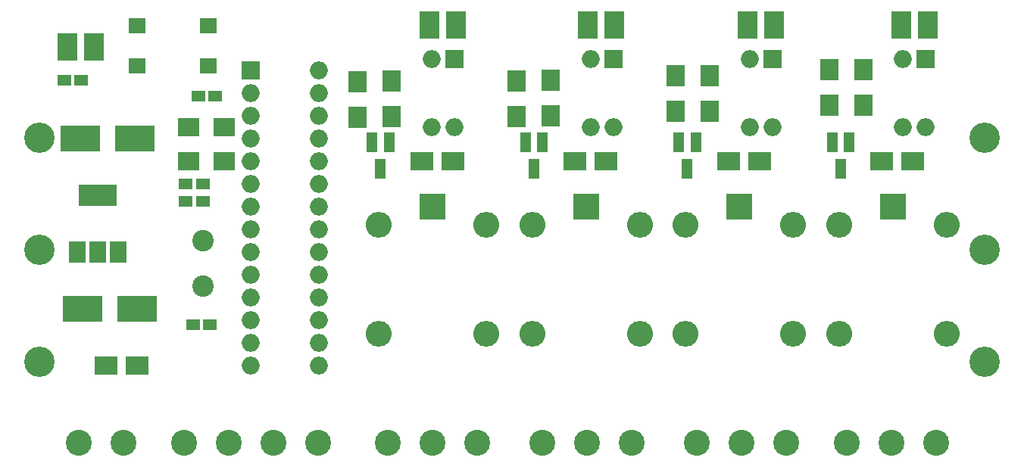
<source format=gbr>
G04 #@! TF.GenerationSoftware,KiCad,Pcbnew,(5.0.0)*
G04 #@! TF.CreationDate,2018-09-27T16:00:16-05:00*
G04 #@! TF.ProjectId,ArduinoBreadBoard,41726475696E6F4272656164426F6172,rev?*
G04 #@! TF.SameCoordinates,Original*
G04 #@! TF.FileFunction,Soldermask,Top*
G04 #@! TF.FilePolarity,Negative*
%FSLAX46Y46*%
G04 Gerber Fmt 4.6, Leading zero omitted, Abs format (unit mm)*
G04 Created by KiCad (PCBNEW (5.0.0)) date 09/27/18 16:00:16*
%MOMM*%
%LPD*%
G01*
G04 APERTURE LIST*
%ADD10R,2.900000X2.900000*%
%ADD11O,2.900000X2.900000*%
%ADD12R,2.100000X2.400000*%
%ADD13R,1.600000X1.150000*%
%ADD14R,2.195780X3.097480*%
%ADD15R,1.200000X2.300000*%
%ADD16O,2.000000X2.000000*%
%ADD17R,2.000000X2.000000*%
%ADD18C,2.398980*%
%ADD19C,2.900000*%
%ADD20R,2.500580X2.099260*%
%ADD21R,2.400000X2.100000*%
%ADD22R,4.200000X2.400000*%
%ADD23R,1.900000X2.400000*%
%ADD24R,4.400000X2.900000*%
%ADD25C,3.400000*%
%ADD26R,1.950000X1.700000*%
G04 APERTURE END LIST*
D10*
G04 #@! TO.C,K3*
X166370000Y-83820000D03*
D11*
X160370000Y-85820000D03*
X160370000Y-98020000D03*
X172370000Y-98020000D03*
X172370000Y-85820000D03*
G04 #@! TD*
G04 #@! TO.C,K4*
X189515000Y-85820000D03*
X189515000Y-98020000D03*
X177515000Y-98020000D03*
X177515000Y-85820000D03*
D10*
X183515000Y-83820000D03*
G04 #@! TD*
D12*
G04 #@! TO.C,R2*
X145288000Y-69660000D03*
X145288000Y-73660000D03*
G04 #@! TD*
D13*
G04 #@! TO.C,C5*
X107188000Y-97028000D03*
X105288000Y-97028000D03*
G04 #@! TD*
G04 #@! TO.C,C6*
X105857000Y-71437500D03*
X107757000Y-71437500D03*
G04 #@! TD*
D10*
G04 #@! TO.C,K1*
X132080000Y-83820000D03*
D11*
X126080000Y-85820000D03*
X126080000Y-98020000D03*
X138080000Y-98020000D03*
X138080000Y-85820000D03*
G04 #@! TD*
D12*
G04 #@! TO.C,R1*
X127508000Y-73755000D03*
X127508000Y-69755000D03*
G04 #@! TD*
D14*
G04 #@! TO.C,D4*
X152399600Y-63500000D03*
X149402400Y-63500000D03*
G04 #@! TD*
D15*
G04 #@! TO.C,Q1*
X127188000Y-76605000D03*
X125288000Y-76605000D03*
X126238000Y-79605000D03*
G04 #@! TD*
D12*
G04 #@! TO.C,R3*
X123698000Y-69850000D03*
X123698000Y-73850000D03*
G04 #@! TD*
G04 #@! TO.C,R4*
X141478000Y-73755000D03*
X141478000Y-69755000D03*
G04 #@! TD*
G04 #@! TO.C,R5*
X163068000Y-73120000D03*
X163068000Y-69120000D03*
G04 #@! TD*
D16*
G04 #@! TO.C,U3*
X170053000Y-74930000D03*
X167513000Y-67310000D03*
X167513000Y-74930000D03*
D17*
X170053000Y-67310000D03*
G04 #@! TD*
D18*
G04 #@! TO.C,Y1*
X106426000Y-87630000D03*
X106426000Y-92710000D03*
G04 #@! TD*
D19*
G04 #@! TO.C,J4*
X188388000Y-110236000D03*
X178388000Y-110236000D03*
X183388000Y-110236000D03*
G04 #@! TD*
D20*
G04 #@! TO.C,D7*
X182293260Y-78740000D03*
X185752740Y-78740000D03*
G04 #@! TD*
G04 #@! TO.C,D9*
X95552260Y-101600000D03*
X99011740Y-101600000D03*
G04 #@! TD*
D19*
G04 #@! TO.C,J3*
X171624000Y-110236000D03*
X161624000Y-110236000D03*
X166624000Y-110236000D03*
G04 #@! TD*
D10*
G04 #@! TO.C,K2*
X149225000Y-83820000D03*
D11*
X143225000Y-85820000D03*
X143225000Y-98020000D03*
X155225000Y-98020000D03*
X155225000Y-85820000D03*
G04 #@! TD*
D15*
G04 #@! TO.C,Q2*
X144333000Y-76605000D03*
X142433000Y-76605000D03*
X143383000Y-79605000D03*
G04 #@! TD*
G04 #@! TO.C,Q3*
X161478000Y-76605000D03*
X159578000Y-76605000D03*
X160528000Y-79605000D03*
G04 #@! TD*
G04 #@! TO.C,Q4*
X177673000Y-79605000D03*
X176723000Y-76605000D03*
X178623000Y-76605000D03*
G04 #@! TD*
D12*
G04 #@! TO.C,R6*
X180213000Y-72485000D03*
X180213000Y-68485000D03*
G04 #@! TD*
G04 #@! TO.C,R7*
X159258000Y-73120000D03*
X159258000Y-69120000D03*
G04 #@! TD*
G04 #@! TO.C,R8*
X176403000Y-68485000D03*
X176403000Y-72485000D03*
G04 #@! TD*
D21*
G04 #@! TO.C,R9*
X108807000Y-74930000D03*
X104807000Y-74930000D03*
G04 #@! TD*
G04 #@! TO.C,R10*
X108807000Y-78740000D03*
X104807000Y-78740000D03*
G04 #@! TD*
D16*
G04 #@! TO.C,U4*
X187198000Y-74930000D03*
X184658000Y-67310000D03*
X184658000Y-74930000D03*
D17*
X187198000Y-67310000D03*
G04 #@! TD*
D14*
G04 #@! TO.C,D2*
X131724400Y-63500000D03*
X134721600Y-63500000D03*
G04 #@! TD*
D19*
G04 #@! TO.C,J1*
X132080000Y-110236000D03*
X127080000Y-110236000D03*
X137080000Y-110236000D03*
G04 #@! TD*
G04 #@! TO.C,J2*
X154352000Y-110236000D03*
X144352000Y-110236000D03*
X149352000Y-110236000D03*
G04 #@! TD*
D16*
G04 #@! TO.C,U1*
X134493000Y-74930000D03*
X131953000Y-67310000D03*
X131953000Y-74930000D03*
D17*
X134493000Y-67310000D03*
G04 #@! TD*
G04 #@! TO.C,U2*
X152273000Y-67310000D03*
D16*
X149733000Y-74930000D03*
X149733000Y-67310000D03*
X152273000Y-74930000D03*
G04 #@! TD*
D13*
G04 #@! TO.C,C1*
X104460000Y-83185000D03*
X106360000Y-83185000D03*
G04 #@! TD*
G04 #@! TO.C,C2*
X90871000Y-69646800D03*
X92771000Y-69646800D03*
G04 #@! TD*
D20*
G04 #@! TO.C,D1*
X130858260Y-78740000D03*
X134317740Y-78740000D03*
G04 #@! TD*
G04 #@! TO.C,D3*
X151462740Y-78740000D03*
X148003260Y-78740000D03*
G04 #@! TD*
G04 #@! TO.C,D5*
X168607740Y-78740000D03*
X165148260Y-78740000D03*
G04 #@! TD*
D14*
G04 #@! TO.C,D6*
X170281600Y-63500000D03*
X167284400Y-63500000D03*
G04 #@! TD*
G04 #@! TO.C,D8*
X184429400Y-63500000D03*
X187426600Y-63500000D03*
G04 #@! TD*
G04 #@! TO.C,D10*
X91236800Y-65913000D03*
X94234000Y-65913000D03*
G04 #@! TD*
D19*
G04 #@! TO.C,J5*
X119260000Y-110236000D03*
X114260000Y-110236000D03*
X104260000Y-110236000D03*
X109260000Y-110236000D03*
G04 #@! TD*
G04 #@! TO.C,J6*
X92496000Y-110236000D03*
X97496000Y-110236000D03*
G04 #@! TD*
D22*
G04 #@! TO.C,U5*
X94615000Y-82575000D03*
D23*
X94615000Y-88875000D03*
X96915000Y-88875000D03*
X92315000Y-88875000D03*
G04 #@! TD*
D16*
G04 #@! TO.C,U6*
X119380000Y-68580000D03*
X111760000Y-101600000D03*
X119380000Y-71120000D03*
X111760000Y-99060000D03*
X119380000Y-73660000D03*
X111760000Y-96520000D03*
X119380000Y-76200000D03*
X111760000Y-93980000D03*
X119380000Y-78740000D03*
X111760000Y-91440000D03*
X119380000Y-81280000D03*
X111760000Y-88900000D03*
X119380000Y-83820000D03*
X111760000Y-86360000D03*
X119380000Y-86360000D03*
X111760000Y-83820000D03*
X119380000Y-88900000D03*
X111760000Y-81280000D03*
X119380000Y-91440000D03*
X111760000Y-78740000D03*
X119380000Y-93980000D03*
X111760000Y-76200000D03*
X119380000Y-96520000D03*
X111760000Y-73660000D03*
X119380000Y-99060000D03*
X111760000Y-71120000D03*
X119380000Y-101600000D03*
D17*
X111760000Y-68580000D03*
G04 #@! TD*
D13*
G04 #@! TO.C,C7*
X106360000Y-81280000D03*
X104460000Y-81280000D03*
G04 #@! TD*
D24*
G04 #@! TO.C,C3*
X92962000Y-95250000D03*
X99062000Y-95250000D03*
G04 #@! TD*
G04 #@! TO.C,C4*
X98808000Y-76200000D03*
X92708000Y-76200000D03*
G04 #@! TD*
D25*
G04 #@! TO.C,J7*
X88138000Y-76136500D03*
X88138000Y-88646000D03*
X88138000Y-101155500D03*
G04 #@! TD*
G04 #@! TO.C,J8*
X193802000Y-101155500D03*
X193802000Y-88646000D03*
X193802000Y-76136500D03*
G04 #@! TD*
D26*
G04 #@! TO.C,SW1*
X99017000Y-63536000D03*
X99017000Y-68036000D03*
X106977000Y-68036000D03*
X106977000Y-63536000D03*
G04 #@! TD*
M02*

</source>
